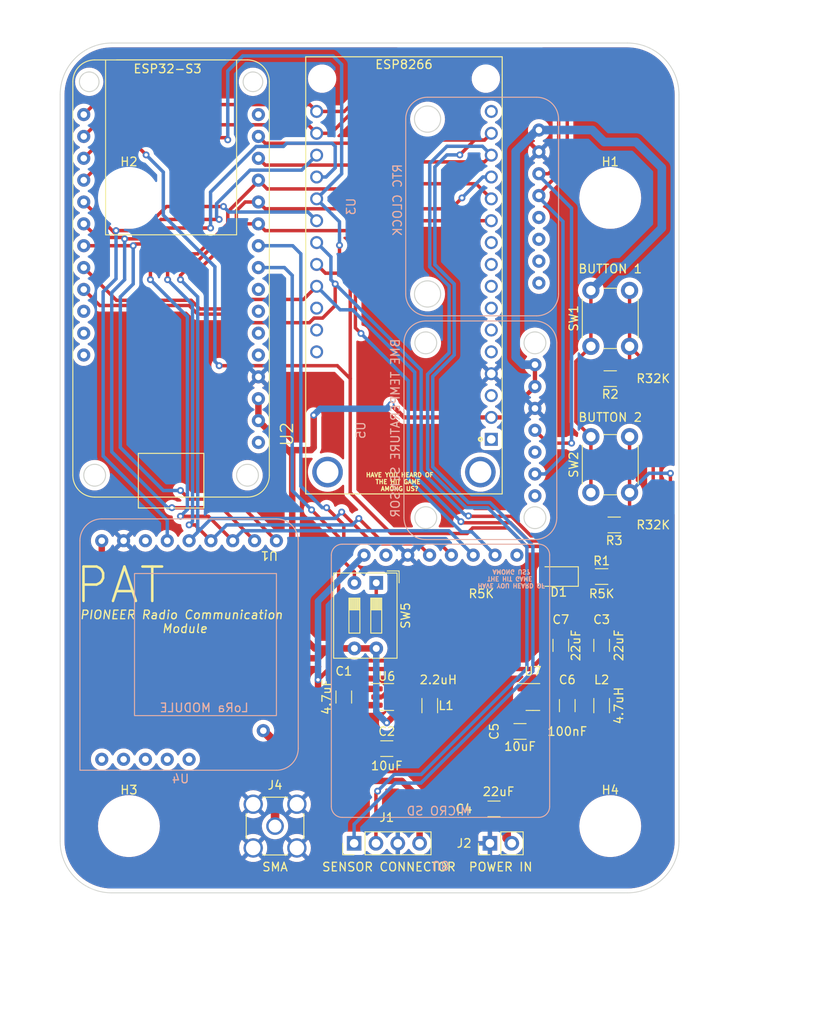
<source format=kicad_pcb>
(kicad_pcb (version 20211014) (generator pcbnew)
  (layers (0 "F.Cu" signal) (31 "B.Cu" signal) (34 "B.Paste" user) (35 "F.Paste" user) (36 "B.SilkS" user "B.Silkscreen") (37 "F.SilkS" user "F.Silkscreen") (38 "B.Mask" user) (39 "F.Mask" user) (44 "Edge.Cuts" user))
  (net 0 "")
  (net 1 "+5V")
  (net 2 "GND")
  (net 3 "+3V3")
  (net 4 "VIN")
  (net 5 "Net-(C6-Pad1)")
  (net 6 "Net-(C6-Pad2)")
  (net 7 "Net-(D1-Pad1)")
  (net 8 "/LED1")
  (net 9 "/TX")
  (net 10 "/RX")
  (net 11 "/SMA")
  (net 12 "Net-(L1-Pad1)")
  (net 13 "/SW5")
  (net 14 "/SW6")
  (net 20 "/G0")
  (net 21 "/RST")
  (net 24 "/MISO")
  (net 25 "/MOSI")
  (net 27 "/SCK")
  (net 28 "/SCL")
  (net 29 "/SDA")
  (net 49 "/SW2")
  (net 50 "/SW1")
  (net 51 "/CS1")
  (net 52 "/CS0")
  (footprint "Button_Switch_THT:SW_PUSH_6mm" (layer "F.Cu") (at 90.75 74.25 90)
    (fp_text reference "SW2")
    (fp_text value "SW_Push")
  )
  (footprint "Adafruit ESPs:ESP32-S3" (layer "F.Cu") (at 53.335 74.765 180)
    (fp_text reference "U1")
    (fp_text value "ESP32-S3")
    (fp_circle (center 20.955 48.26) (end 22.098 48.26) (layer "Edge.Cuts") (width 0.12) (fill none))
    (fp_circle (center 1.905 48.26) (end 3.048 48.26) (layer "Edge.Cuts") (width 0.12) (fill none))
    (fp_circle (center 20.32 2.54) (end 20.32 1.27) (layer "Edge.Cuts") (width 0.12) (fill none))
    (fp_circle (center 2.54 2.54) (end 3.81 2.54) (layer "Edge.Cuts") (width 0.12) (fill none))
  )
  (footprint "Capacitor_SMD:C_1206_3216Metric" (layer "F.Cu") (at 87.25 92 90)
    (fp_text reference "C7")
    (fp_text value "22uF")
  )
  (footprint "Resistor_SMD:R_1206_3216Metric" (layer "F.Cu") (at 93 61 180)
    (fp_text reference "R2")
    (fp_text value "R32k")
  )
  (footprint "MountingHole:MountingHole_3.2mm_M3" (layer "F.Cu") (at 37 40)
    (fp_text reference "H2")
    (fp_text value "MountingHole_3.2mm_M3")
  )
  (footprint "Button_Switch_THT:SW_PUSH_6mm" (layer "F.Cu") (at 90.75 57.25 90)
    (fp_text reference "SW1")
    (fp_text value "SW_Push")
  )
  (footprint "Adafruit Feather ESP8266:XCVR_Adafruit Feather ESP8266" (layer "F.Cu") (at 69 49 90)
    (fp_text reference "U2")
    (fp_text value "2821")
  )
  (footprint "Button_Switch_THT:SW_DIP_SPSTx02_Slide_9.78x7.26mm_W7.62mm_P2.54mm" (layer "F.Cu") (at 65.775 84.7325 -90)
    (fp_text reference "SW5")
    (fp_text value "SW_DIP_x02")
  )
  (footprint "Capacitor_SMD:C_1206_3216Metric" (layer "F.Cu") (at 82.5 102)
    (fp_text reference "C5")
    (fp_text value "10uF")
  )
  (footprint "Connector_Coaxial:SMA_Amphenol_132134-11_Vertical" (layer "F.Cu") (at 54 113)
    (fp_text reference "J4")
    (fp_text value "Conn_Coaxial")
  )
  (footprint "Package_TO_SOT_SMD:TSOT-23-6" (layer "F.Cu") (at 84 98)
    (fp_text reference "U7")
    (fp_text value "AP63205WU")
  )
  (footprint "Capacitor_SMD:C_1206_3216Metric" (layer "F.Cu") (at 88 99 90)
    (fp_text reference "C6")
    (fp_text value "100nF")
  )
  (footprint "Capacitor_SMD:C_1206_3216Metric" (layer "F.Cu") (at 92 92 90)
    (fp_text reference "C3")
    (fp_text value "22uF")
  )
  (footprint "Connector_PinHeader_2.54mm:PinHeader_1x04_P2.54mm_Vertical" (layer "F.Cu") (at 63.2 115 90)
    (fp_text reference "J1")
    (fp_text value "Sensor Connector")
  )
  (footprint "Connector_PinHeader_2.54mm:PinHeader_1x02_P2.54mm_Vertical" (layer "F.Cu") (at 79 115 90)
    (fp_text reference "J2")
    (fp_text value "Power (IN)")
  )
  (footprint "Inductor_SMD:L_1206_3216Metric" (layer "F.Cu") (at 72 99 -90)
    (fp_text reference "L1")
    (fp_text value "INDUCTOR 2.2uH")
  )
  (footprint "Resistor_SMD:R_1206_3216Metric" (layer "F.Cu") (at 93.4625 78 180)
    (fp_text reference "R3")
    (fp_text value "R32k")
  )
  (footprint "Capacitor_SMD:C_1206_3216Metric" (layer "F.Cu") (at 67 104 180)
    (fp_text reference "C2")
    (fp_text value "10uF")
  )
  (footprint "Package_TO_SOT_SMD:TSOT-23-5" (layer "F.Cu") (at 67 98)
    (fp_text reference "U6")
    (fp_text value "LM3670MF")
  )
  (footprint "Capacitor_SMD:C_1206_3216Metric" (layer "F.Cu") (at 79.475 111 180)
    (fp_text reference "C4")
    (fp_text value "22uF")
  )
  (footprint "Resistor_SMD:R_1206_3216Metric" (layer "F.Cu") (at 92 84)
    (fp_text reference "R1")
    (fp_text value "R5k")
  )
  (footprint "MountingHole:MountingHole_3.2mm_M3" (layer "F.Cu") (at 93 113)
    (fp_text reference "H4")
    (fp_text value "MountingHole_3.2mm_M3")
  )
  (footprint "MountingHole:MountingHole_3.2mm_M3" (layer "F.Cu") (at 93 40)
    (fp_text reference "H1")
    (fp_text value "MountingHole_3.2mm_M3")
  )
  (footprint "Capacitor_SMD:C_1206_3216Metric" (layer "F.Cu") (at 62 98 90)
    (fp_text reference "C1")
    (fp_text value "4.7uF")
  )
  (footprint "MountingHole:MountingHole_3.2mm_M3" (layer "F.Cu") (at 37 113)
    (fp_text reference "H3")
    (fp_text value "MountingHole_3.2mm_M3")
  )
  (footprint "Inductor_SMD:L_1206_3216Metric" (layer "F.Cu") (at 92 99 90)
    (fp_text reference "L2")
    (fp_text value "INDUCTOR 4.7uH")
  )
  (footprint "LED_SMD:LED_1206_3216Metric" (layer "F.Cu") (at 87 84 180)
    (fp_text reference "D1")
    (fp_text value "LED")
  )
  (footprint "Adafruit_Sensors:BME280 I2C Temperature Sensor" (layer "B.Cu") (at 69 67 -90)
    (fp_text reference "U5")
    (fp_text value "BME280_Temperature_Sensor")
    (fp_circle (center 10.16 -15.24) (end 10.16 -13.97) (layer "Edge.Cuts") (width 0.12) (fill none))
    (fp_circle (center -10.16 -15.24) (end -10.16 -13.97) (layer "Edge.Cuts") (width 0.12) (fill none))
    (fp_circle (center -10.16 -2.54) (end -8.89 -2.54) (layer "Edge.Cuts") (width 0.12) (fill none))
    (fp_circle (center 10.16 -2.54) (end 11.43 -2.54) (layer "Edge.Cuts") (width 0.12) (fill none))
  )
  (footprint "Adafruit_Sensors:MicroSD_Breakout" (layer "B.Cu") (at 73.25 117.07)
    (fp_text reference "U8")
    (fp_text value "MicroSD_Breakout")
  )
  (footprint "Adafruit_Sensors:FM95W LoRa Radio Transceiver" (layer "B.Cu") (at 44 106.51)
    (fp_text reference "U4")
    (fp_text value "RFM95W_LoRa_Radio_Transceiver")
  )
  (footprint "Adafruit_Sensors:DS3231 Precision RTC" (layer "B.Cu") (at 69.205 41 -90)
    (fp_text reference "U3")
    (fp_text value "DS3231_Precision_RTC")
    (fp_circle (center -10.16 -2.54) (end -8.636 -2.54) (layer "Edge.Cuts") (width 0.12) (fill none))
    (fp_circle (center 10.16 -2.54) (end 11.684 -2.54) (layer "Edge.Cuts") (width 0.12) (fill none))
  )
  (gr_arc (start 95 22) (mid 99.242641 23.757359) (end 101 28) (layer "Edge.Cuts") (width 0.1))
  (gr_line (start 35 120.757359) (end 95 120.757359) (layer "Edge.Cuts") (width 0.1))
  (gr_line (start 101 114.757359) (end 101 28) (layer "Edge.Cuts") (width 0.1))
  (gr_arc (start 101 114.757359) (mid 99.242641 119) (end 95 120.757359) (layer "Edge.Cuts") (width 0.1))
  (gr_line (start 35 22) (end 95 22) (layer "Edge.Cuts") (width 0.1))
  (gr_arc (start 29 28) (mid 30.757359 23.757359) (end 35 22) (layer "Edge.Cuts") (width 0.1))
  (gr_line (start 29 28) (end 29 114.757359) (layer "Edge.Cuts") (width 0.1))
  (gr_arc (start 35 120.757359) (mid 30.757359 119) (end 29 114.757359) (layer "Edge.Cuts") (width 0.1))
  (gr_text "LoRa MODULE" (at 45.75 99.25) (layer "B.SilkS") (effects (font (size 1 1)) (justify mirror)))
  (gr_text "BME TEMPERATURE SENSOR" (at 68 66.75 90) (layer "B.SilkS") (effects (font (size 1 1)) (justify mirror)))
  (gr_text "RTC CLOCK" (at 68.25 40.25 90) (layer "B.SilkS") (effects (font (size 1 1)) (justify mirror)))
  (gr_text "HAVE YOU HEARD OF\nTHE HIT GAME \nAMONG US?" (at 81.5 84.25 180) (layer "B.SilkS") (effects (font (size 0.5 0.5) (thickness 0.125)) (justify mirror)))
  (gr_text "MICRO SD" (at 73 111.25) (layer "B.SilkS") (effects (font (size 1 1)) (justify mirror)))
  (gr_text "POWER IN" (at 80.25 117.75) (layer "F.SilkS") (effects (font (size 1 1))))
  (gr_text "SENSOR CONNECTOR" (at 67.25 117.75) (layer "F.SilkS") (effects (font (size 1 1))))
  (gr_text "ESP32-S3" (at 41.5 25) (layer "F.SilkS") (effects (font (size 1 1))))
  (gr_text "PAT" (at 36 85) (layer "F.SilkS") (effects (font (size 4 4) (thickness 0.3))))
  (gr_text "BUTTON 2" (at 93 65.5) (layer "F.SilkS") (effects (font (size 1 1))))
  (gr_text "10uF" (at 82.5 103.75) (layer "F.SilkS") (effects (font (size 1 1))))
  (gr_text "22uF" (at 80 109) (layer "F.SilkS") (effects (font (size 1 1))))
  (gr_text "BUTTON 1" (at 93 48.25) (layer "F.SilkS") (effects (font (size 1 1))))
  (gr_text "SMA" (at 54 117.75) (layer "F.SilkS") (effects (font (size 1 1))))
  (gr_text "ESP8266" (at 69 24.5) (layer "F.SilkS") (effects (font (size 1 1))))
  (gr_text "10uF" (at 67 106) (layer "F.SilkS") (effects (font (size 1 1))))
  (gr_text "22uF" (at 89 92 90) (layer "F.SilkS") (effects (font (size 1 1))))
  (gr_text "R5K\n" (at 78 86) (layer "F.SilkS") (effects (font (size 1 1))))
  (gr_text "22uF" (at 94 92 90) (layer "F.SilkS") (effects (font (size 1 1))))
  (gr_text "4.7uH\n" (at 94 99 90) (layer "F.SilkS") (effects (font (size 1 1))))
  (gr_text "HAVE YOU HEARD OF\nTHE HIT GAME \nAMONG US?" (at 68.5 73) (layer "F.SilkS") (effects (font (size 0.5 0.5) (thickness 0.125))))
  (gr_text "PIONEER Radio Communication \nModule" (at 43.5 89.25) (layer "F.SilkS") (effects (font (size 1 1) (thickness 0.15) italic)))
  (gr_text "100nF" (at 88 102) (layer "F.SilkS") (effects (font (size 1 1))))
  (gr_text "4.7uF" (at 60 98 90) (layer "F.SilkS") (effects (font (size 1 1))))
  (gr_text "R5K\n" (at 92 86) (layer "F.SilkS") (effects (font (size 1 1))))
  (gr_text "R32K\n" (at 98 78) (layer "F.SilkS") (effects (font (size 1 1))))
  (gr_text "2.2uH" (at 73 96) (layer "F.SilkS") (effects (font (size 1 1))))
  (gr_text "R32K\n" (at 98 61) (layer "F.SilkS") (effects (font (size 1 1))))
  (segment (start 90.325 95.75) (end 84.08702 95.75) (width 0.75) (layer "F.Cu") (net 1))
  (segment (start 84.08702 95.75) (end 82.8625 96.97452) (width 0.75) (layer "F.Cu") (net 1))
  (segment (start 92 97.425) (end 90.325 95.75) (width 0.75) (layer "F.Cu") (net 1))
  (segment (start 64.425 97.05) (end 62 99.475) (width 0.75) (layer "F.Cu") (net 1))
  (segment (start 59 98.25) (end 59 96) (width 0.75) (layer "F.Cu") (net 1))
  (segment (start 62.525 98.95) (end 62 99.475) (width 0.75) (layer "F.Cu") (net 1))
  (segment (start 85 93.5) (end 83.75 94.75) (width 0.5) (layer "F.Cu") (net 1))
  (segment (start 65.8625 98.95) (end 62.525 98.95) (width 0.75) (layer "F.Cu") (net 1))
  (segment (start 63 107.75) (end 68.75 107.75) (width 0.75) (layer "F.Cu") (net 1))
  (segment (start 59 98.25) (end 59 103.75) (width 0.75) (layer "F.Cu") (net 1))
  (segment (start 92 93.475) (end 87.25 93.475) (width 0.5) (layer "F.Cu") (net 1))
  (segment (start 83.75 94.75) (end 60.25 94.75) (width 0.5) (layer "F.Cu") (net 1))
  (segment (start 59 103.75) (end 63 107.75) (width 0.75) (layer "F.Cu") (net 1))
  (segment (start 62 99.475) (end 60.225 99.475) (width 0.75) (layer "F.Cu") (net 1))
  (segment (start 70.82 109.82) (end 70.82 115) (width 0.75) (layer "F.Cu") (net 1))
  (segment (start 60.225 99.475) (end 59 98.25) (width 0.75) (layer "F.Cu") (net 1))
  (segment (start 60.25 94.75) (end 59 96) (width 0.5) (layer "F.Cu") (net 1))
  (segment (start 65.8625 97.05) (end 64.425 97.05) (width 0.75) (layer "F.Cu") (net 1))
  (segment (start 87.225 93.5) (end 85 93.5) (width 0.5) (layer "F.Cu") (net 1))
  (segment (start 87.25 93.475) (end 87.225 93.5) (width 0.5) (layer "F.Cu") (net 1))
  (segment (start 68.75 107.75) (end 70.82 109.82) (width 0.75) (layer "F.Cu") (net 1))
  (segment (start 92 97.425) (end 92 93.475) (width 0.75) (layer "F.Cu") (net 1))
  (via (at 59 96) (size 0.8) (drill 0.4) (layers "F.Cu" "B.Cu") (net 1))
  (segment (start 59 86.87) (end 59 96) (width 0.75) (layer "B.Cu") (net 1))
  (segment (start 64.36 81.51) (end 59 86.87) (width 0.75) (layer "B.Cu") (net 1))
  (segment (start 62.525 96) (end 62 96.525) (width 0.4) (layer "F.Cu") (net 2))
  (segment (start 67 96.747862) (end 66.252138 96) (width 0.4) (layer "F.Cu") (net 2))
  (segment (start 66.252138 96) (end 62.525 96) (width 0.4) (layer "F.Cu") (net 2))
  (segment (start 66.352138 98) (end 67 97.352138) (width 0.4) (layer "F.Cu") (net 2))
  (segment (start 65.8625 98) (end 66.352138 98) (width 0.4) (layer "F.Cu") (net 2))
  (segment (start 67 97.352138) (end 67 96.747862) (width 0.4) (layer "F.Cu") (net 2))
  (segment (start 52.065 65.875) (end 55.5 69.31) (width 0.75) (layer "F.Cu") (net 3))
  (segment (start 58.5 65.25) (end 58.5 69) (width 0.75) (layer "F.Cu") (net 3))
  (segment (start 63.235 92.3525) (end 65.775 92.3525) (width 0.75) (layer "F.Cu") (net 3))
  (segment (start 90.75 57.25) (end 89 59) (width 0.4) (layer "F.Cu") (net 3))
  (segment (start 79.16 65.51) (end 69.01 65.51) (width 0.5) (layer "F.Cu") (net 3))
  (segment (start 52.065 63.335) (end 52.065 65.875) (width 0.75) (layer "F.Cu") (net 3))
  (segment (start 59 93.5) (end 38.01 93.5) (width 0.75) (layer "F.Cu") (net 3))
  (segment (start 56 69.81) (end 56 89.75) (width 0.75) (layer "F.Cu") (net 3))
  (segment (start 68.1375 98.95) (end 70.375 98.95) (width 0.75) (layer "F.Cu") (net 3))
  (segment (start 58.19 69.31) (end 55.5 69.31) (width 0.75) (layer "F.Cu") (net 3))
  (segment (start 90.75 50.75) (end 90.75 57.25) (width 0.4) (layer "F.Cu") (net 3))
  (segment (start 32 84) (end 33.84 82.16) (width 0.75) (layer "F.Cu") (net 3))
  (segment (start 56 89.75) (end 58.6025 92.3525) (width 0.75) (layer "F.Cu") (net 3))
  (segment (start 32 87.49) (end 32 84) (width 0.75) (layer "F.Cu") (net 3))
  (segment (start 79.16 65.51) (end 80.65 65.51) (width 0.5) (layer "F.Cu") (net 3))
  (segment (start 60.1475 92.3525) (end 63.235 92.3525) (width 0.75) (layer "F.Cu") (net 3))
  (segment (start 90.75 67.75) (end 90.75 74.25) (width 0.4) (layer "F.Cu") (net 3))
  (segment (start 70.375 98.95) (end 72 100.575) (width 0.75) (layer "F.Cu") (net 3))
  (segment (start 80.65 65.51) (end 84.24 61.92) (width 0.5) (layer "F.Cu") (net 3))
  (segment (start 89 66) (end 90.75 67.75) (width 0.4) (layer "F.Cu") (net 3))
  (segment (start 38.01 93.5) (end 32 87.49) (width 0.75) (layer "F.Cu") (net 3))
  (segment (start 68.1375 98.95) (end 68.1375 99.8625) (width 0.75) (layer "F.Cu") (net 3))
  (segment (start 70 104) (end 68.475 104) (width 0.75) (layer "F.Cu") (net 3))
  (segment (start 89 59) (end 89 66) (width 0.4) (layer "F.Cu") (net 3))
  (segment (start 59 93.5) (end 60.1475 92.3525) (width 0.75) (layer "F.Cu") (net 3))
  (segment (start 72 102) (end 70 104) (width 0.75) (layer "F.Cu") (net 3))
  (segment (start 84.24 61.92) (end 84.24 59.38) (width 0.5) (layer "F.Cu") (net 3))
  (segment (start 69.01 65.51) (end 67.5 64) (width 0.5) (layer "F.Cu") (net 3))
  (segment (start 55.5 69.31) (end 56 69.81) (width 0.75) (layer "F.Cu") (net 3))
  (segment (start 58.5 69) (end 58.19 69.31) (width 0.75) (layer "F.Cu") (net 3))
  (segment (start 68.1375 99.8625) (end 67 101) (width 0.75) (layer "F.Cu") (net 3))
  (segment (start 33.84 82.16) (end 33.84 79.84) (width 0.75) (layer "F.Cu") (net 3))
  (segment (start 72 100.575) (end 72 102) (width 0.75) (layer "F.Cu") (net 3))
  (segment (start 58.6025 92.3525) (end 63.235 92.3525) (width 0.75) (layer "F.Cu") (net 3))
  (via (at 58.5 65.25) (size 0.8) (drill 0.4) (layers "F.Cu" "B.Cu") (net 3))
  (via (at 67 101) (size 0.8) (drill 0.4) (layers "F.Cu" "B.Cu") (net 3))
  (via (at 67.5 64) (size 0.8) (drill 0.4) (layers "F.Cu" "B.Cu") (net 3))
  (segment (start 94.5 48) (end 93.5 48) (width 1) (layer "B.Cu") (net 3))
  (segment (start 84.494 32.11) (end 82 34.604) (width 1) (layer "B.Cu") (net 3))
  (segment (start 90.907599 32.11) (end 92.297599 33.5) (width 1) (layer "B.Cu") (net 3))
  (segment (start 99 36.5) (end 99 43.5) (width 1) (layer "B.Cu") (net 3))
  (segment (start 99 43.5) (end 94.5 48) (width 1) (layer "B.Cu") (net 3))
  (segment (start 93.5 48) (end 90.75 50.75) (width 1) (layer "B.Cu") (net 3))
  (segment (start 82 58.5) (end 82.88 59.38) (width 1) (layer "B.Cu") (net 3))
  (segment (start 82.88 59.38) (end 84.24 59.38) (width 1) (layer "B.Cu") (net 3))
  (segment (start 58.5 65.25) (end 59.25 64.5) (width 0.75) (layer "B.Cu") (net 3))
  (segment (start 67 101) (end 65.775 99.775) (width 0.75) (layer "B.Cu") (net 3))
  (segment (start 92.297599 33.5) (end 96 33.5) (width 1) (layer "B.Cu") (net 3))
  (segment (start 82 34.604) (end 82 58.5) (width 1) (layer "B.Cu") (net 3))
  (segment (start 59.25 64.5) (end 67 64.5) (width 0.75) (layer "B.Cu") (net 3))
  (segment (start 84.494 32.11) (end 90.907599 32.11) (width 1) (layer "B.Cu") (net 3))
  (segment (start 96 33.5) (end 99 36.5) (width 1) (layer "B.Cu") (net 3))
  (segment (start 67 64.5) (end 67.5 64) (width 0.75) (layer "B.Cu") (net 3))
  (segment (start 65.775 99.775) (end 65.775 92.3525) (width 0.75) (layer "B.Cu") (net 3))
  (segment (start 81.025 100.7875) (end 82.8625 98.95) (width 1) (layer "F.Cu") (net 4))
  (segment (start 80.95 111) (end 80.95 114.41) (width 1) (layer "F.Cu") (net 4))
  (segment (start 82.8625 98.95) (end 82.8625 98.04952) (width 1) (layer "F.Cu") (net 4))
  (segment (start 81.025 102) (end 81.025 100.7875) (width 1) (layer "F.Cu") (net 4))
  (segment (start 80.95 103.1) (end 80.95 111) (width 1) (layer "F.Cu") (net 4))
  (segment (start 80.95 114.41) (end 81.54 115) (width 1) (layer "F.Cu") (net 4))
  (segment (start 81.025 103.025) (end 80.95 103.1) (width 1) (layer "F.Cu") (net 4))
  (segment (start 81.025 103.025) (end 81.025 102) (width 1) (layer "F.Cu") (net 4))
  (segment (start 85.697849 98) (end 88 100.302151) (width 0.5) (layer "F.Cu") (net 5))
  (segment (start 88 100.302151) (end 88 100.475) (width 0.5) (layer "F.Cu") (net 5))
  (segment (start 91.9 100.475) (end 92 100.575) (width 0.5) (layer "F.Cu") (net 5))
  (segment (start 85.1375 98) (end 85.697849 98) (width 0.5) (layer "F.Cu") (net 5))
  (segment (start 88 100.475) (end 91.9 100.475) (width 0.5) (layer "F.Cu") (net 5))
  (segment (start 88 97.525) (end 87.525 97.05) (width 0.5) (layer "F.Cu") (net 6))
  (segment (start 87.525 97.05) (end 85.1375 97.05) (width 0.5) (layer "F.Cu") (net 6))
  (segment (start 90.5375 84) (end 88.4 84) (width 0.5) (layer "F.Cu") (net 7))
  (segment (start 58.84 47.73) (end 59.86 48.75) (width 0.4) (layer "F.Cu") (net 8))
  (segment (start 81.1 78.35) (end 83.25 80.5) (width 0.4) (layer "F.Cu") (net 8))
  (segment (start 61.75 48.75) (end 62.75 49.75) (width 0.4) (layer "F.Cu") (net 8))
  (segment (start 67.5 79) (end 76.35 79) (width 0.4) (layer "F.Cu") (net 8))
  (segment (start 34 35.68) (end 34 34.5) (width 0.4) (layer "F.Cu") (net 8))
  (segment (start 77 78.35) (end 81.1 78.35) (width 0.4) (layer "F.Cu") (net 8))
  (segment (start 59.86 48.75) (end 61.75 48.75) (width 0.4) (layer "F.Cu") (net 8))
  (segment (start 83.25 80.5) (end 85 80.5) (width 0.4) (layer "F.Cu") (net 8))
  (segment (start 62.75 74.25) (end 67.5 79) (width 0.4) (layer "F.Cu") (net 8))
  (segment (start 62.75 61) (end 62.75 74.25) (width 0.4) (layer "F.Cu") (net 8))
  (segment (start 62.75 49.75) (end 62.75 61) (width 0.4) (layer "F.Cu") (net 8))
  (segment (start 85 80.5) (end 85.6 81.1) (width 0.4) (layer "F.Cu") (net 8))
  (segment (start 61.25 59.5) (end 62.75 61) (width 0.4) (layer "F.Cu") (net 8))
  (segment (start 76.35 79) (end 77 78.35) (width 0.4) (layer "F.Cu") (net 8))
  (segment (start 47.5 59.5) (end 61.25 59.5) (width 0.4) (layer "F.Cu") (net 8))
  (segment (start 34.90048 33.59952) (end 37.59952 33.59952) (width 0.4) (layer "F.Cu") (net 8))
  (segment (start 31.745 37.935) (end 34 35.68) (width 0.4) (layer "F.Cu") (net 8))
  (segment (start 34 34.5) (end 34.90048 33.59952) (width 0.4) (layer "F.Cu") (net 8))
  (segment (start 37.59952 33.59952) (end 39 35) (width 0.4) (layer "F.Cu") (net 8))
  (segment (start 85.6 81.1) (end 85.6 84) (width 0.4) (layer "F.Cu") (net 8))
  (via (at 47.5 59.5) (size 0.8) (drill 0.4) (layers "F.Cu" "B.Cu") (net 8))
  (via (at 39 35) (size 0.8) (drill 0.4) (layers "F.Cu" "B.Cu") (net 8))
  (segment (start 47 48) (end 41 42) (width 0.4) (layer "B.Cu") (net 8))
  (segment (start 41 42) (end 41 37) (width 0.4) (layer "B.Cu") (net 8))
  (segment (start 47.5 59.5) (end 47 59) (width 0.4) (layer "B.Cu") (net 8))
  (segment (start 41 37) (end 39 35) (width 0.4) (layer "B.Cu") (net 8))
  (segment (start 47 59) (end 47 48) (width 0.4) (layer "B.Cu") (net 8))
  (segment (start 52.065 32.855) (end 52.853511 33.643511) (width 0.4) (layer "F.Cu") (net 9))
  (segment (start 75.5 35) (end 77.228 33.272) (width 0.4) (layer "F.Cu") (net 9))
  (segment (start 78.378 33.272) (end 79.16 32.49) (width 0.4) (layer "F.Cu") (net 9))
  (segment (start 66.974683 33.272) (end 78.378 33.272) (width 0.4) (layer "F.Cu") (net 9))
  (segment (start 66.603172 33.643511) (end 66.974683 33.272) (width 0.4) (layer "F.Cu") (net 9))
  (segment (start 77.228 33.272) (end 78.378 33.272) (width 0.4) (layer "F.Cu") (net 9))
  (segment (start 52.853511 33.643511) (end 66.603172 33.643511) (width 0.4) (layer "F.Cu") (net 9))
  (via (at 75.5 35) (size 0.8) (drill 0.4) (layers "F.Cu" "B.Cu") (net 9))
  (segment (start 72.35 60.748528) (end 74.85 58.248528) (width 0.4) (layer "B.Cu") (net 9))
  (segment (start 84 95) (end 84 80.401472) (width 0.4) (layer "B.Cu") (net 9))
  (segment (start 63.2 115) (end 63.2 112.8) (width 0.4) (layer "B.Cu") (net 9))
  (segment (start 74.85 58.248528) (end 74.85 50.001472) (width 0.4) (layer "B.Cu") (net 9))
  (segment (start 78.998528 75.4) (end 76.5 75.4) (width 0.4) (layer "B.Cu") (net 9))
  (segment (start 74.85 50.001472) (end 72.6 47.751472) (width 0.4) (layer "B.Cu") (net 9))
  (segment (start 74 35) (end 75.5 35) (width 0.4) (layer "B.Cu") (net 9))
  (segment (start 84 80.401472) (end 78.998528 75.4) (width 0.4) (layer "B.Cu") (net 9))
  (segment (start 74.972924 104) (end 75 104) (width 0.4) (layer "B.Cu") (net 9))
  (segment (start 72.6 47.751472) (end 72.6 36.4) (width 0.4) (layer "B.Cu") (net 9))
  (segment (start 68 108) (end 70.972924 108) (width 0.4) (layer "B.Cu") (net 9))
  (segment (start 72.35 71.25) (end 72.35 60.748528) (width 0.4) (layer "B.Cu") (net 9))
  (segment (start 63.2 112.8) (end 68 108) (width 0.4) (layer "B.Cu") (net 9))
  (segment (start 76.5 75.4) (end 72.35 71.25) (width 0.4) (layer "B.Cu") (net 9))
  (segment (start 72.6 36.4) (end 74 35) (width 0.4) (layer "B.Cu") (net 9))
  (segment (start 75 104) (end 84 95) (width 0.4) (layer "B.Cu") (net 9))
  (segment (start 70.972924 108) (end 74.972924 104) (width 0.4) (layer "B.Cu") (net 9))
  (segment (start 66.974683 35.812) (end 78.378 35.812) (width 0.4) (layer "F.Cu") (net 10))
  (segment (start 78.378 35.812) (end 79.16 35.03) (width 0.4) (layer "F.Cu") (net 10))
  (segment (start 52.853511 36.183511) (end 66.603172 36.183511) (width 0.4) (layer "F.Cu") (net 10))
  (segment (start 65.934668 108.934668) (end 65.934668 109.065332) (width 0.4) (layer "F.Cu") (net 10))
  (segment (start 65.934668 109.065332) (end 65.74 109.26) (width 0.4) (layer "F.Cu") (net 10))
  (segment (start 66.603172 36.183511) (end 66.974683 35.812) (width 0.4) (layer "F.Cu") (net 10))
  (segment (start 52.065 35.395) (end 52.853511 36.183511) (width 0.4) (layer "F.Cu") (net 10))
  (segment (start 65.74 109.26) (end 65.74 115) (width 0.4) (layer "F.Cu") (net 10))
  (via (at 65.934668 108.934668) (size 0.8) (drill 0.4) (layers "F.Cu" "B.Cu") (net 10))
  (segment (start 74.25 50.25) (end 72 48) (width 0.4) (layer "B.Cu") (net 10))
  (segment (start 83.302 94.698) (end 83.302 80.552) (width 0.4) (layer "B.Cu") (net 10))
  (segment (start 65.934668 108.934668) (end 67.869336 107) (width 0.4) (layer "B.Cu") (net 10))
  (segment (start 71.75 71.5) (end 71.75 60.5) (width 0.4) (layer "B.Cu") (net 10))
  (segment (start 72 48) (end 72 36) (width 0.4) (layer "B.Cu") (net 10))
  (segment (start 83.302 80.552) (end 78.75 76) (width 0.4) (layer "B.Cu") (net 10))
  (segment (start 74.25 58) (end 74.25 50.25) (width 0.4) (layer "B.Cu") (net 10))
  (segment (start 72 36) (end 74 34) (width 0.4) (layer "B.Cu") (net 10))
  (segment (start 78.13 34) (end 79.16 35.03) (width 0.4) (layer "B.Cu") (net 10))
  (segment (start 76.25 76) (end 71.75 71.5) (width 0.4) (layer "B.Cu") (net 10))
  (segment (start 71 107) (end 83.302 94.698) (width 0.4) (layer "B.Cu") (net 10))
  (segment (start 71.75 60.5) (end 74.25 58) (width 0.4) (layer "B.Cu") (net 10))
  (segment (start 67.869336 107) (end 71 107) (width 0.4) (layer "B.Cu") (net 10))
  (segment (start 74 34) (end 78.13 34) (width 0.4) (layer "B.Cu") (net 10))
  (segment (start 78.75 76) (end 76.25 76) (width 0.4) (layer "B.Cu") (net 10))
  (segment (start 52.636 101.91) (end 54 103.274) (width 1) (layer "F.Cu") (net 11))
  (segment (start 54 103.274) (end 54 113) (width 1) (layer "F.Cu") (net 11))
  (segment (start 71.625 97.05) (end 72 97.425) (width 0.5) (layer "F.Cu") (net 12))
  (segment (start 68.1375 97.05) (end 71.625 97.05) (width 0.5) (layer "F.Cu") (net 12))
  (segment (start 61.4 86.4) (end 62.5 87.5) (width 0.4) (layer "F.Cu") (net 13))
  (segment (start 62.5 87.5) (end 65 87.5) (width 0.4) (layer "F.Cu") (net 13))
  (segment (start 58.25 76.25) (end 61.4 79.4) (width 0.4) (layer "F.Cu") (net 13))
  (segment (start 61.4 79.4) (end 61.4 86.4) (width 0.4) (layer "F.Cu") (net 13))
  (segment (start 65 87.5) (end 65.775 86.725) (width 0.4) (layer "F.Cu") (net 13))
  (segment (start 65.775 86.725) (end 65.775 84.7325) (width 0.4) (layer "F.Cu") (net 13))
  (via (at 58.25 76.25) (size 0.8) (drill 0.4) (layers "F.Cu" "B.Cu") (net 13))
  (segment (start 56 74) (end 58.25 76.25) (width 0.4) (layer "B.Cu") (net 13))
  (segment (start 52.065 48.095) (end 55.095 48.095) (width 0.4) (layer "B.Cu") (net 13))
  (segment (start 56 49) (end 56 74) (width 0.4) (layer "B.Cu") (net 13))
  (segment (start 55.095 48.095) (end 56 49) (width 0.4) (layer "B.Cu") (net 13))
  (segment (start 60 76) (end 62 78) (width 0.4) (layer "F.Cu") (net 14))
  (segment (start 62 82.25) (end 63.235 83.485) (width 0.4) (layer "F.Cu") (net 14))
  (segment (start 62 78) (end 62 82.25) (width 0.4) (layer "F.Cu") (net 14))
  (segment (start 63.235 83.485) (end 63.235 84.7325) (width 0.4) (layer "F.Cu") (net 14))
  (via (at 60 76) (size 0.8) (drill 0.4) (layers "F.Cu" "B.Cu") (net 14))
  (segment (start 57 73.5) (end 59.5 76) (width 0.4) (layer "B.Cu") (net 14))
  (segment (start 52.065 45.555) (end 56.055 45.555) (width 0.4) (layer "B.Cu") (net 14))
  (segment (start 59.5 76) (end 60 76) (width 0.4) (layer "B.Cu") (net 14))
  (segment (start 56.055 45.555) (end 57 46.5) (width 0.4) (layer "B.Cu") (net 14))
  (segment (start 57 46.5) (end 57 73.5) (width 0.4) (layer "B.Cu") (net 14))
  (segment (start 41.373335 41) (end 48 41) (width 0.4) (layer "F.Cu") (net 20))
  (segment (start 35.30002 44) (end 35.27 44) (width 0.4) (layer "F.Cu") (net 20))
  (segment (start 35.5 43.80002) (end 35.30002 44) (width 0.4) (layer "F.Cu") (net 20))
  (segment (start 35.27 44) (end 31.745 40.475) (width 0.4) (layer "F.Cu") (net 20))
  (segment (start 35.5 43.80002) (end 38.573315 43.80002) (width 0.4) (layer "F.Cu") (net 20))
  (segment (start 38.573315 43.80002) (end 41.373335 41) (width 0.4) (layer "F.Cu") (net 20))
  (via (at 48 41) (size 0.8) (drill 0.4) (layers "F.Cu" "B.Cu") (net 20))
  (via (at 35.5 43.80002) (size 0.8) (drill 0.4) (layers "F.Cu" "B.Cu") (net 20))
  (segment (start 34 70) (end 41.46 77.46) (width 0.4) (layer "B.Cu") (net 20))
  (segment (start 48.636511 41.636511) (end 57.826511 41.636511) (width 0.4) (layer "B.Cu") (net 20))
  (segment (start 35.5 43.80002) (end 35.5 49.400978) (width 0.4) (layer "B.Cu") (net 20))
  (segment (start 34 50.900978) (end 34 70) (width 0.4) (layer "B.Cu") (net 20))
  (segment (start 35.5 49.400978) (end 34 50.900978) (width 0.4) (layer "B.Cu") (net 20))
  (segment (start 57.826511 41.636511) (end 58.84 42.65) (width 0.4) (layer "B.Cu") (net 20))
  (segment (start 41.46 77.46) (end 41.46 79.84) (width 0.4) (layer "B.Cu") (net 20))
  (segment (start 48 41) (end 48.636511 41.636511) (width 0.4) (layer "B.Cu") (net 20))
  (segment (start 37.69998 45.35502) (end 39.14498 45.35502) (width 0.4) (layer "F.Cu") (net 21))
  (segment (start 37.5 45.555) (end 37.69998 45.35502) (width 0.4) (layer "F.Cu") (net 21))
  (segment (start 39.14498 45.35502) (end 41 43.5) (width 0.4) (layer "F.Cu") (net 21))
  (segment (start 43 74) (end 44 75) (width 0.4) (layer "F.Cu") (net 21))
  (segment (start 37.5 45.555) (end 31.745 45.555) (width 0.4) (layer "F.Cu") (net 21))
  (segment (start 49.32 75) (end 54.16 79.84) (width 0.4) (layer "F.Cu") (net 21))
  (segment (start 44 75) (end 49.32 75) (width 0.4) (layer "F.Cu") (net 21))
  (segment (start 41 43.5) (end 46.5 43.5) (width 0.4) (layer "F.Cu") (net 21))
  (via (at 46.5 43.5) (size 0.8) (drill 0.4) (layers "F.Cu" "B.Cu") (net 21))
  (via (at 37.5 45.555) (size 0.8) (drill 0.4) (layers "F.Cu" "B.Cu") (net 21))
  (via (at 43 74) (size 0.8) (drill 0.4) (layers "F.Cu" "B.Cu") (net 21))
  (segment (start 61 36.5) (end 59.93 37.57) (width 0.4) (layer "B.Cu") (net 21))
  (segment (start 59.93 37.57) (end 58.84 37.57) (width 0.4) (layer "B.Cu") (net 21))
  (segment (start 54.983489 34.016511) (end 55.356489 33.643511) (width 0.4) (layer "B.Cu") (net 21))
  (segment (start 36 51.5) (end 37.5 50) (width 0.4) (layer "B.Cu") (net 21))
  (segment (start 41 74) (end 36 69) (width 0.4) (layer "B.Cu") (net 21))
  (segment (start 46.5 39.317374) (end 51.800863 34.016511) (width 0.4) (layer "B.Cu") (net 21))
  (segment (start 51.800863 34.016511) (end 54.983489 34.016511) (width 0.4) (layer "B.Cu") (net 21))
  (segment (start 61 34) (end 61 36.5) (width 0.4) (layer "B.Cu") (net 21))
  (segment (start 36 69) (end 36 51.5) (width 0.4) (layer "B.Cu") (net 21))
  (segment (start 55.356489 33.643511) (end 60.643511 33.643511) (width 0.4) (layer "B.Cu") (net 21))
  (segment (start 46.5 43.5) (end 46.5 39.317374) (width 0.4) (layer "B.Cu") (net 21))
  (segment (start 37.5 50) (end 37.5 45.555) (width 0.4) (layer "B.Cu") (net 21))
  (segment (start 43 74) (end 41 74) (width 0.4) (layer "B.Cu") (net 21))
  (segment (start 60.643511 33.643511) (end 61 34) (width 0.4) (layer "B.Cu") (net 21))
  (segment (start 49.5 41.5) (end 49.5 42.84785) (width 0.4) (layer "F.Cu") (net 24))
  (segment (start 42 47.5) (end 41.5 48) (width 0.4) (layer "F.Cu") (net 24))
  (segment (start 44 78) (end 44.7 78) (width 0.4) (layer "F.Cu") (net 24))
  (segment (start 44.7 78) (end 46.54 79.84) (width 0.4) (layer "F.Cu") (net 24))
  (segment (start 74.486489 41.263511) (end 52.853511 41.263511) (width 0.4) (layer "F.Cu") (net 24))
  (segment (start 63.75 77.25) (end 66.1 79.6) (width 0.4) (layer "F.Cu") (net 24))
  (segment (start 44.84785 47.5) (end 42 47.5) (width 0.4) (layer "F.Cu") (net 24))
  (segment (start 49.5 42.84785) (end 44.84785 47.5) (width 0.4) (layer "F.Cu") (net 24))
  (segment (start 41.5 48) (end 41.5 49.5) (width 0.4) (layer "F.Cu") (net 24))
  (segment (start 50.525 40.475) (end 49.5 41.5) (width 0.4) (layer "F.Cu") (net 24))
  (segment (start 72.61 79.6) (end 74.52 81.51) (width 0.4) (layer "F.Cu") (net 24))
  (segment (start 52.065 40.475) (end 50.525 40.475) (width 0.4) (layer "F.Cu") (net 24))
  (segment (start 52.853511 41.263511) (end 52.065 40.475) (width 0.4) (layer "F.Cu") (net 24))
  (segment (start 75.75 40) (end 74.486489 41.263511) (width 0.4) (layer "F.Cu") (net 24))
  (segment (start 66.1 79.6) (end 72.61 79.6) (width 0.4) (layer "F.Cu") (net 24))
  (via (at 41.5 49.5) (size 0.8) (drill 0.4) (layers "F.Cu" "B.Cu") (net 24))
  (via (at 44 78) (size 0.8) (drill 0.4) (layers "F.Cu" "B.Cu") (net 24))
  (via (at 63.75 77.25) (size 0.8) (drill 0.4) (layers "F.Cu" "B.Cu") (net 24))
  (via (at 75.75 40) (size 0.8) (drill 0.4) (layers "F.Cu" "B.Cu") (net 24))
  (segment (start 78.18 37.57) (end 79.16 37.57) (width 0.4) (layer "B.Cu") (net 24))
  (segment (start 44.40048 77.59952) (end 44.40048 52.40048) (width 0.4) (layer "B.Cu") (net 24))
  (segment (start 62.75 78) (end 63 78) (width 0.4) (layer "B.Cu") (net 24))
  (segment (start 46.54 79.84) (end 48.38 78) (width 0.4) (layer "B.Cu") (net 24))
  (segment (start 75.75 40) (end 78.18 37.57) (width 0.4) (layer "B.Cu") (net 24))
  (segment (start 44 78) (end 44.40048 77.59952) (width 0.4) (layer "B.Cu") (net 24))
  (segment (start 63 78) (end 63.75 77.25) (width 0.4) (layer "B.Cu") (net 24))
  (segment (start 44.40048 52.40048) (end 41.5 49.5) (width 0.4) (layer "B.Cu") (net 24))
  (segment (start 48.38 78) (end 62.75 78) (width 0.4) (layer "B.Cu") (net 24))
  (segment (start 39.5 47.5) (end 39.5 48) (width 0.4) (layer "F.Cu") (net 25))
  (segment (start 53.086489 38.956489) (end 61.043511 38.956489) (width 0.4) (layer "F.Cu") (net 25))
  (segment (start 46.24 77) (end 49.08 79.84) (width 0.4) (layer "F.Cu") (net 25))
  (segment (start 52.065 37.935) (end 53.086489 38.956489) (width 0.4) (layer "F.Cu") (net 25))
  (segment (start 46.5 45) (end 45 46.5) (width 0.4) (layer "F.Cu") (net 25))
  (segment (start 66.154194 38.956489) (end 66.758683 38.352) (width 0.4) (layer "F.Cu") (net 25))
  (segment (start 77.402 38.352) (end 79.16 40.11) (width 0.4) (layer "F.Cu") (net 25))
  (segment (start 52.065 37.935) (end 52.065 38.06568) (width 0.4) (layer "F.Cu") (net 25))
  (segment (start 40.5 46.5) (end 39.5 47.5) (width 0.4) (layer "F.Cu") (net 25))
  (segment (start 43 77) (end 46.24 77) (width 0.4) (layer "F.Cu") (net 25))
  (segment (start 39.5 48) (end 39.5 49.5) (width 0.4) (layer "F.Cu") (net 25))
  (segment (start 66.758683 38.352) (end 77.402 38.352) (width 0.4) (layer "F.Cu") (net 25))
  (segment (start 52.065 38.06568) (end 48.5 41.63068) (width 0.4) (layer "F.Cu") (net 25))
  (segment (start 45 46.5) (end 40.5 46.5) (width 0.4) (layer "F.Cu") (net 25))
  (segment (start 48.5 41.63068) (end 48.5 43) (width 0.4) (layer "F.Cu") (net 25))
  (segment (start 48.5 43) (end 46.5 45) (width 0.4) (layer "F.Cu") (net 25))
  (segment (start 61.043511 38.956489) (end 66.154194 38.956489) (width 0.4) (layer "F.Cu") (net 25))
  (via (at 43 77) (size 0.8) (drill 0.4) (layers "F.Cu" "B.Cu") (net 25))
  (via (at 39.5 49.5) (size 0.8) (drill 0.4) (layers "F.Cu" "B.Cu") (net 25))
  (segment (start 43.80096 53.80096) (end 39.5 49.5) (width 0.4) (layer "B.Cu") (net 25))
  (segment (start 74.228 78.678) (end 77.06 81.51) (width 0.4) (layer "B.Cu") (net 25))
  (segment (start 43 77) (end 43.80096 76.19904) (width 0.4) (layer "B.Cu") (net 25))
  (segment (start 50.242 78.678) (end 74.228 78.678) (width 0.4) (layer "B.Cu") (net 25))
  (segment (start 49.08 79.84) (end 50.242 78.678) (width 0.4) (layer "B.Cu") (net 25))
  (segment (start 43.80096 76.19904) (end 43.80096 53.80096) (width 0.4) (layer "B.Cu") (net 25))
  (segment (start 64.6 42.65) (end 79.16 42.65) (width 0.4) (layer "F.Cu") (net 27))
  (segment (start 63.446489 43.803511) (end 64.6 42.65) (width 0.4) (layer "F.Cu") (net 27))
  (segment (start 65.45 80.2) (end 70.67 80.2) (width 0.4) (layer "F.Cu") (net 27))
  (segment (start 43 49) (end 43 49.5) (width 0.4) (layer "F.Cu") (net 27))
  (segment (start 43.5 48.5) (end 43 49) (width 0.4) (layer "F.Cu") (net 27))
  (segment (start 45 48.5) (end 43.5 48.5) (width 0.4) (layer "F.Cu") (net 27))
  (segment (start 50.485 43.015) (end 47.5 46) (width 0.4) (layer "F.Cu") (net 27))
  (segment (start 52.853511 43.803511) (end 63.446489 43.803511) (width 0.4) (layer "F.Cu") (net 27))
  (segment (start 52.065 43.015) (end 52.853511 43.803511) (width 0.4) (layer "F.Cu") (net 27))
  (segment (start 70.67 80.2) (end 71.98 81.51) (width 0.4) (layer "F.Cu") (net 27))
  (segment (start 52.065 43.015) (end 50.485 43.015) (width 0.4) (layer "F.Cu") (net 27))
  (segment (start 61.75 76.5) (end 65.45 80.2) (width 0.4) (layer "F.Cu") (net 27))
  (segment (start 47.5 46) (end 45 48.5) (width 0.4) (layer "F.Cu") (net 27))
  (via (at 43 49.5) (size 0.8) (drill 0.4) (layers "F.Cu" "B.Cu") (net 27))
  (via (at 61.75 76.5) (size 0.8) (drill 0.4) (layers "F.Cu" "B.Cu") (net 27))
  (segment (start 46.59 77.25) (end 61 77.25) (width 0.4) (layer "B.Cu") (net 27))
  (segment (start 45 51.5) (end 45 78.84) (width 0.4) (layer "B.Cu") (net 27))
  (segment (start 61 77.25) (end 61.75 76.5) (width 0.4) (layer "B.Cu") (net 27))
  (segment (start 44 79.84) (end 46.59 77.25) (width 0.4) (layer "B.Cu") (net 27))
  (segment (start 45 78.84) (end 44 79.84) (width 0.4) (layer "B.Cu") (net 27))
  (segment (start 43 49.5) (end 45 51.5) (width 0.4) (layer "B.Cu") (net 27))
  (segment (start 84.5 24) (end 87 26.5) (width 0.4) (layer "F.Cu") (net 28))
  (segment (start 33.1 31.5) (end 57.85 31.5) (width 0.4) (layer "F.Cu") (net 28))
  (segment (start 58.84 32.49) (end 60.51 32.49) (width 0.4) (layer "F.Cu") (net 28))
  (segment (start 31.745 32.855) (end 33.1 31.5) (width 0.4) (layer "F.Cu") (net 28))
  (segment (start 69 24) (end 84.5 24) (width 0.4) (layer "F.Cu") (net 28))
  (segment (start 85.74 68.5) (end 84.24 67) (width 0.4) (layer "F.Cu") (net 28))
  (segment (start 87 36) (end 85.81 37.19) (width 0.4) (layer "F.Cu") (net 28))
  (segment (start 87 26.5) (end 87 36) (width 0.4) (layer "F.Cu") (net 28))
  (segment (start 85.81 37.19) (end 84.494 37.19) (width 0.4) (layer "F.Cu") (net 28))
  (segment (start 60.51 32.49) (end 69 24) (width 0.4) (layer "F.Cu") (net 28))
  (segment (start 57.85 31.5) (end 58.84 32.49) (width 0.4) (layer "F.Cu") (net 28))
  (segment (start 88.5 68.5) (end 85.74 68.5) (width 0.4) (layer "F.Cu") (net 28))
  (via (at 88.5 68.5) (size 0.8) (drill 0.4) (layers "F.Cu" "B.Cu") (net 28))
  (segment (start 88.5 41.196) (end 84.494 37.19) (width 0.4) (layer "B.Cu") (net 28))
  (segment (start 88.5 68.5) (end 88.5 41.196) (width 0.4) (layer "B.Cu") (net 28))
  (segment (start 69 23) (end 84.34785 23) (width 0.4) (layer "F.Cu") (net 29))
  (segment (start 31.745 30.315) (end 32.906511 29.153489) (width 0.4) (layer "F.Cu") (net 29))
  (segment (start 88 36.224) (end 84.494 39.73) (width 0.4) (layer "F.Cu") (net 29))
  (segment (start 62.05 29.95) (end 69 23) (width 0.4) (layer "F.Cu") (net 29))
  (segment (start 58.043489 29.153489) (end 58.84 29.95) (width 0.4) (layer "F.Cu") (net 29))
  (segment (start 58.84 29.95) (end 62.05 29.95) (width 0.4) (layer "F.Cu") (net 29))
  (segment (start 32.906511 29.153489) (end 58.043489 29.153489) (width 0.4) (layer "F.Cu") (net 29))
  (segment (start 84.34785 23) (end 88 26.65215) (width 0.4) (layer "F.Cu") (net 29))
  (segment (start 88 26.65215) (end 88 36.224) (width 0.4) (layer "F.Cu") (net 29))
  (segment (start 87.5 70) (end 85.42 72.08) (width 0.4) (layer "B.Cu") (net 29))
  (segment (start 85.42 72.08) (end 84.24 72.08) (width 0.4) (layer "B.Cu") (net 29))
  (segment (start 84.494 39.73) (end 87.5 42.736) (width 0.4) (layer "B.Cu") (net 29))
  (segment (start 87.5 42.736) (end 87.5 70) (width 0.4) (layer "B.Cu") (net 29))
  (segment (start 95.25 77.675) (end 94.925 78) (width 0.4) (layer "F.Cu") (net 49))
  (segment (start 81.401472 77.75) (end 83.526472 79.875) (width 0.4) (layer "F.Cu") (net 49))
  (segment (start 57.313489 51.796511) (end 58.84 50.27) (width 0.4) (layer "F.Cu") (net 49))
  (segment (start 96.125 79.875) (end 100 76) (width 0.4) (layer "F.Cu") (net 49))
  (segment (start 35.55048 51.90048) (end 44.24833 51.90048) (width 0.4) (layer "F.Cu") (net 49))
  (segment (start 95.25 67.75) (end 95.25 74.25) (width 0.4) (layer "F.Cu") (net 49))
  (segment (start 75.625 77.625) (end 75.75 77.75) (width 0.4) (layer "F.Cu") (net 49))
  (segment (start 44.24833 51.90048) (end 45.24833 52.90048) (width 0.4) (layer "F.Cu") (net 49))
  (segment (start 100 76) (end 100 72) (width 0.4) (layer "F.Cu") (net 49))
  (segment (start 31.745 48.095) (end 35.55048 51.90048) (width 0.4) (layer "F.Cu") (net 49))
  (segment (start 75.75 77.75) (end 81.401472 77.75) (width 0.4) (layer "F.Cu") (net 49))
  (segment (start 83.526472 79.875) (end 96.125 79.875) (width 0.4) (layer "F.Cu") (net 49))
  (segment (start 49.771031 52.90048) (end 50.875 51.796511) (width 0.4) (layer "F.Cu") (net 49))
  (segment (start 45.24833 52.90048) (end 49.771031 52.90048) (width 0.4) (layer "F.Cu") (net 49))
  (segment (start 95.25 74.25) (end 95.25 77.675) (width 0.4) (layer "F.Cu") (net 49))
  (segment (start 50.875 51.796511) (end 57.313489 51.796511) (width 0.4) (layer "F.Cu") (net 49))
  (via (at 100 72) (size 0.8) (drill 0.4) (layers "F.Cu" "B.Cu") (net 49))
  (via (at 75.625 77.625) (size 0.8) (drill 0.4) (layers "F.Cu" "B.Cu") (net 49))
  (segment (start 61.57 53) (end 58.84 50.27) (width 0.4) (layer "B.Cu") (net 49))
  (segment (start 70.25 60.25) (end 63 53) (width 0.4) (layer "B.Cu") (net 49))
  (segment (start 100 72) (end 97.5 72) (width 0.4) (layer "B.Cu") (net 49))
  (segment (start 97.5 72) (end 95.25 74.25) (width 0.4) (layer "B.Cu") (net 49))
  (segment (start 70.25 72.25) (end 70.25 60.25) (width 0.4) (layer "B.Cu") (net 49))
  (segment (start 63 53) (end 61.57 53) (width 0.4) (layer "B.Cu") (net 49))
  (segment (start 75.625 77.625) (end 70.25 72.25) (width 0.4) (layer "B.Cu") (net 49))
  (segment (start 95.8875 77.105761) (end 96.212202 76.781059) (width 0.4) (layer "F.Cu") (net 50))
  (segment (start 76.5 76.9505) (end 76.5495 77) (width 0.4) (layer "F.Cu") (net 50))
  (segment (start 98 76.781059) (end 98 60) (width 0.4) (layer "F.Cu") (net 50))
  (segment (start 59.536489 53.963511) (end 61 52.5) (width 0.4) (layer "F.Cu") (net 50))
  (segment (start 95.25 57.25) (end 95.25 60.2125) (width 0.4) (layer "F.Cu") (net 50))
  (segment (start 44 52.5) (end 45 53.5) (width 0.4) (layer "F.Cu") (net 50))
  (segment (start 61 52.5) (end 61 50) (width 0.4) (layer "F.Cu") (net 50))
  (segment (start 33.61 52.5) (end 44 52.5) (width 0.4) (layer "F.Cu") (net 50))
  (segment (start 76.5495 77) (end 81.5 77) (width 0.4) (layer "F.Cu") (net 50))
  (segment (start 58.536489 53.963511) (end 59.536489 53.963511) (width 0.4) (layer "F.Cu") (net 50))
  (segment (start 95.25 50.75) (end 95.25 57.25) (width 0.4) (layer "F.Cu") (net 50))
  (segment (start 95.8875 78.894239) (end 95.8875 77.105761) (width 0.4) (layer "F.Cu") (net 50))
  (segment (start 31.745 50.635) (end 33.61 52.5) (width 0.4) (layer "F.Cu") (net 50))
  (segment (start 95.506739 79.275) (end 95.8875 78.894239) (width 0.4) (layer "F.Cu") (net 50))
  (segment (start 81.5 77) (end 83.775 79.275) (width 0.4) (layer "F.Cu") (net 50))
  (segment (start 49.5 53.5) (end 50.5 54.5) (width 0.4) (layer "F.Cu") (net 50))
  (segment (start 50.5 54.5) (end 58 54.5) (width 0.4) (layer "F.Cu") (net 50))
  (segment (start 95.25 60.2125) (end 94.4625 61) (width 0.4) (layer "F.Cu") (net 50))
  (segment (start 98 60) (end 95.25 57.25) (width 0.4) (layer "F.Cu") (net 50))
  (segment (start 96.212202 76.781059) (end 98 76.781059) (width 0.4) (layer "F.Cu") (net 50))
  (segment (start 83.775 79.275) (end 95.506739 79.275) (width 0.4) (layer "F.Cu") (net 50))
  (segment (start 45 53.5) (end 49.5 53.5) (width 0.4) (layer "F.Cu") (net 50))
  (segment (start 58 54.5) (end 58.536489 53.963511) (width 0.4) (layer "F.Cu") (net 50))
  (via (at 76.5 76.9505) (size 0.8) (drill 0.4) (layers "F.Cu" "B.Cu") (net 50))
  (via (at 61 50) (size 0.8) (drill 0.4) (layers "F.Cu" "B.Cu") (net 50))
  (segment (start 76.075 76.825) (end 71 71.75) (width 0.4) (layer "B.Cu") (net 50))
  (segment (start 76.3745 76.825) (end 76.075 76.825) (width 0.4) (layer "B.Cu") (net 50))
  (segment (start 61 50) (end 60.5 49.5) (width 0.4) (layer "B.Cu") (net 50))
  (segment (start 71 71.75) (end 71 60) (width 0.4) (layer "B.Cu") (net 50))
  (segment (start 60.5 49.5) (end 60.5 46.85) (width 0.4) (layer "B.Cu") (net 50))
  (segment (start 76.5 76.9505) (end 76.3745 76.825) (width 0.4) (layer "B.Cu") (net 50))
  (segment (start 60.5 46.85) (end 58.84 45.19) (width 0.4) (layer "B.Cu") (net 50))
  (segment (start 71 60) (end 61 50) (width 0.4) (layer "B.Cu") (net 50))
  (segment (start 63.35 55.1) (end 63.35 49.75) (width 0.4) (layer "F.Cu") (net 51))
  (segment (start 63.35 49.75) (end 63.35 49.35) (width 0.4) (layer "F.Cu") (net 51))
  (segment (start 61.5 47.5) (end 61.5 45.5) (width 0.4) (layer "F.Cu") (net 51))
  (segment (start 48.24952 32.99952) (end 48.5 33.25) (width 0.4) (layer "F.Cu") (net 51))
  (segment (start 64 55.75) (end 63.35 55.1) (width 0.4) (layer "F.Cu") (net 51))
  (segment (start 34.14048 32.99952) (end 48.24952 32.99952) (width 0.4) (layer "F.Cu") (net 51))
  (segment (start 63.35 49.35) (end 61.75 47.75) (width 0.4) (layer "F.Cu") (net 51))
  (segment (start 31.745 35.395) (end 34.14048 32.99952) (width 0.4) (layer "F.Cu") (net 51))
  (segment (start 61.75 47.75) (end 61.5 47.5) (width 0.4) (layer "F.Cu") (net 51))
  (via (at 64 55.75) (size 0.8) (drill 0.4) (layers "F.Cu" "B.Cu") (net 51))
  (via (at 61.5 45.5) (size 0.8) (drill 0.4) (layers "F.Cu" "B.Cu") (net 51))
  (via (at 48.5 33.25) (size 0.8) (drill 0.4) (layers "F.Cu" "B.Cu") (net 51))
  (segment (start 61.5 45.5) (end 61.5 42.77) (width 0.4) (layer "B.Cu") (net 51))
  (segment (start 61.5 42.77) (end 58.84 40.11) (width 0.4) (layer "B.Cu") (net 51))
  (segment (start 69.5 72.631371) (end 69.5 61.25) (width 0.4) (layer "B.Cu") (net 51))
  (segment (start 61.75 24.5) (end 60.75 23.5) (width 0.4) (layer "B.Cu") (net 51))
  (segment (start 76.89 78.8) (end 75.668629 78.8) (width 0.4) (layer "B.Cu") (net 51))
  (segment (start 60.75 23.5) (end 50.25 23.5) (width 0.4) (layer "B.Cu") (net 51))
  (segment (start 79.6 81.51) (end 76.89 78.8) (width 0.4) (layer "B.Cu") (net 51))
  (segment (start 50.25 23.5) (end 48.5 25.25) (width 0.4) (layer "B.Cu") (net 51))
  (segment (start 75.668629 78.8) (end 69.5 72.631371) (width 0.4) (layer "B.Cu") (net 51))
  (segment (start 69.5 61.25) (end 64 55.75) (width 0.4) (layer "B.Cu") (net 51))
  (segment (start 58.84 40.11) (end 61.75 37.2) (width 0.4) (layer "B.Cu") (net 51))
  (segment (start 61.75 37.2) (end 61.75 24.5) (width 0.4) (layer "B.Cu") (net 51))
  (segment (start 48.5 25.25) (end 48.5 33.25) (width 0.4) (layer "B.Cu") (net 51))
  (segment (start 36.34402 44.59952) (end 33.32952 44.59952) (width 0.4) (layer "F.Cu") (net 52))
  (segment (start 40.721185 42.5) (end 47.5 42.5) (width 0.4) (layer "F.Cu") (net 52))
  (segment (start 33.32952 44.59952) (end 31.745 43.015) (width 0.4) (layer "F.Cu") (net 52))
  (segment (start 42 76) (end 47.78 76) (width 0.4) (layer "F.Cu") (net 52))
  (segment (start 38.465685 44.7555) (end 40.721185 42.5) (width 0.4) (layer "F.Cu") (net 52))
  (segment (start 47.78 76) (end 51.62 79.84) (width 0.4) (layer "F.Cu") (net 52))
  (segment (start 36.5 44.7555) (end 38.465685 44.7555) (width 0.4) (layer "F.Cu") (net 52))
  (segment (start 36.5 44.7555) (end 36.34402 44.59952) (width 0.4) (layer "F.Cu") (net 52))
  (via (at 36.5 44.7555) (size 0.8) (drill 0.4) (layers "F.Cu" "B.Cu") (net 52))
  (via (at 42 76) (size 0.8) (drill 0.4) (layers "F.Cu" "B.Cu") (net 52))
  (via (at 47.5 42.5) (size 0.8) (drill 0.4) (layers "F.Cu" "B.Cu") (net 52))
  (segment (start 35 69.5) (end 35 51) (width 0.4) (layer "B.Cu") (net 52))
  (segment (start 36.5 49.5) (end 36.5 44.7555) (width 0.4) (layer "B.Cu") (net 52))
  (segment (start 47.5 42.5) (end 47.200489 42.200489) (width 0.4) (layer "B.Cu") (net 52))
  (segment (start 47.200489 42.200489) (end 47.200489 40.668831) (width 0.4) (layer "B.Cu") (net 52))
  (segment (start 35 51) (end 36.5 49.5) (width 0.4) (layer "B.Cu") (net 52))
  (segment (start 57.096511 36.773489) (end 58.84 35.03) (width 0.4) (layer "B.Cu") (net 52))
  (segment (start 42 76) (end 41.5 76) (width 0.4) (layer "B.Cu") (net 52))
  (segment (start 47.200489 40.668831) (end 51.095831 36.773489) (width 0.4) (layer "B.Cu") (net 52))
  (segment (start 41.5 76) (end 35 69.5) (width 0.4) (layer "B.Cu") (net 52))
  (segment (start 51.095831 36.773489) (end 57.096511 36.773489) (width 0.4) (layer "B.Cu") (net 52))
  (zone (net 2) (net_name "GND") (layers F&B.Cu) (connect_pads (clearance 0.508)) (min_thickness 0.254) (fill yes (thermal_gap 0.508) (thermal_bridge_width 0.508))
    (polygon (pts (xy 118 133) (xy 22 136) (xy 22 17) (xy 117 17)))
  )
)
</source>
